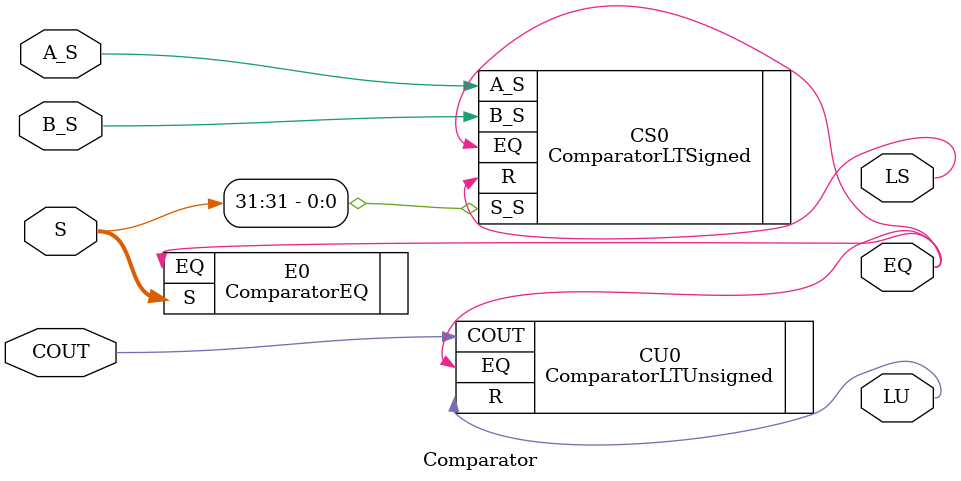
<source format=v>
module Comparator (
  input wire A_S, B_S, COUT,
  input wire [31:0] S,
  output wire EQ, LU, LS
);
  
  ComparatorEQ E0 (.S(S), .EQ(EQ));
  ComparatorLTUnsigned CU0 (.COUT(COUT), .EQ(EQ), .R(LU));
  ComparatorLTSigned CS0 (.A_S(A_S), .B_S(B_S), .S_S(S[31]), .EQ(EQ), .R(LS));

endmodule
</source>
